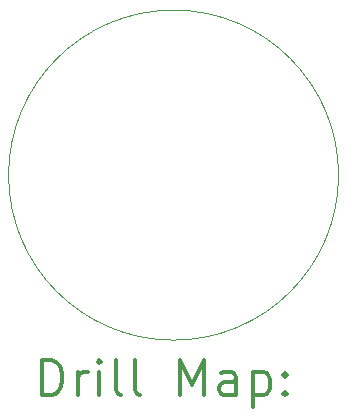
<source format=gbr>
%FSLAX45Y45*%
G04 Gerber Fmt 4.5, Leading zero omitted, Abs format (unit mm)*
G04 Created by KiCad (PCBNEW (5.1.12)-1) date 2021-11-24 10:50:31*
%MOMM*%
%LPD*%
G01*
G04 APERTURE LIST*
%TA.AperFunction,Profile*%
%ADD10C,0.050000*%
%TD*%
%ADD11C,0.200000*%
%ADD12C,0.300000*%
G04 APERTURE END LIST*
D10*
X20447000Y-10160000D02*
G75*
G03*
X20447000Y-10160000I-1397000J0D01*
G01*
D11*
D12*
X17936928Y-12025214D02*
X17936928Y-11725214D01*
X18008357Y-11725214D01*
X18051214Y-11739500D01*
X18079786Y-11768071D01*
X18094071Y-11796643D01*
X18108357Y-11853786D01*
X18108357Y-11896643D01*
X18094071Y-11953786D01*
X18079786Y-11982357D01*
X18051214Y-12010929D01*
X18008357Y-12025214D01*
X17936928Y-12025214D01*
X18236928Y-12025214D02*
X18236928Y-11825214D01*
X18236928Y-11882357D02*
X18251214Y-11853786D01*
X18265500Y-11839500D01*
X18294071Y-11825214D01*
X18322643Y-11825214D01*
X18422643Y-12025214D02*
X18422643Y-11825214D01*
X18422643Y-11725214D02*
X18408357Y-11739500D01*
X18422643Y-11753786D01*
X18436928Y-11739500D01*
X18422643Y-11725214D01*
X18422643Y-11753786D01*
X18608357Y-12025214D02*
X18579786Y-12010929D01*
X18565500Y-11982357D01*
X18565500Y-11725214D01*
X18765500Y-12025214D02*
X18736928Y-12010929D01*
X18722643Y-11982357D01*
X18722643Y-11725214D01*
X19108357Y-12025214D02*
X19108357Y-11725214D01*
X19208357Y-11939500D01*
X19308357Y-11725214D01*
X19308357Y-12025214D01*
X19579786Y-12025214D02*
X19579786Y-11868071D01*
X19565500Y-11839500D01*
X19536928Y-11825214D01*
X19479786Y-11825214D01*
X19451214Y-11839500D01*
X19579786Y-12010929D02*
X19551214Y-12025214D01*
X19479786Y-12025214D01*
X19451214Y-12010929D01*
X19436928Y-11982357D01*
X19436928Y-11953786D01*
X19451214Y-11925214D01*
X19479786Y-11910929D01*
X19551214Y-11910929D01*
X19579786Y-11896643D01*
X19722643Y-11825214D02*
X19722643Y-12125214D01*
X19722643Y-11839500D02*
X19751214Y-11825214D01*
X19808357Y-11825214D01*
X19836928Y-11839500D01*
X19851214Y-11853786D01*
X19865500Y-11882357D01*
X19865500Y-11968071D01*
X19851214Y-11996643D01*
X19836928Y-12010929D01*
X19808357Y-12025214D01*
X19751214Y-12025214D01*
X19722643Y-12010929D01*
X19994071Y-11996643D02*
X20008357Y-12010929D01*
X19994071Y-12025214D01*
X19979786Y-12010929D01*
X19994071Y-11996643D01*
X19994071Y-12025214D01*
X19994071Y-11839500D02*
X20008357Y-11853786D01*
X19994071Y-11868071D01*
X19979786Y-11853786D01*
X19994071Y-11839500D01*
X19994071Y-11868071D01*
M02*

</source>
